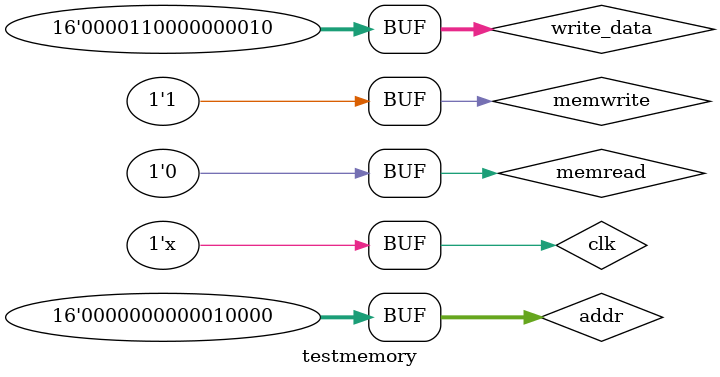
<source format=v>
`timescale 1ns / 1ps


module testmemory;

	// Inputs
	reg [15:0] addr;
	reg [15:0] write_data;
	reg memwrite;
	reg memread;
	reg clk;

	// Outputs
	wire [15:0] read_data;

	// Instantiate the Unit Under Test (UUT)
	data_memory uut (
		.addr(addr), 
		.write_data(write_data), 
		.memwrite(memwrite), 
		.memread(memread), 
		.clk(clk), 
		.read_data(read_data)
	);

	initial begin
		// Initialize Inputs
		addr = 0;
		write_data = 0;
		memwrite = 0;
		memread = 0;
		clk = 0;

		// Wait 100 ns for global reset to finish
		#100;
      addr = 16'b0000000000000100;
      write_data = 16'b0000010100000010;
		memwrite = 0;
		#20
		addr = 16'b0000000000010000;
      write_data = 16'b0000110000000010;
		memwrite = 1;  
		// Add stimulus here

	end
	always
	#10 clk= ~clk;
      
endmodule


</source>
